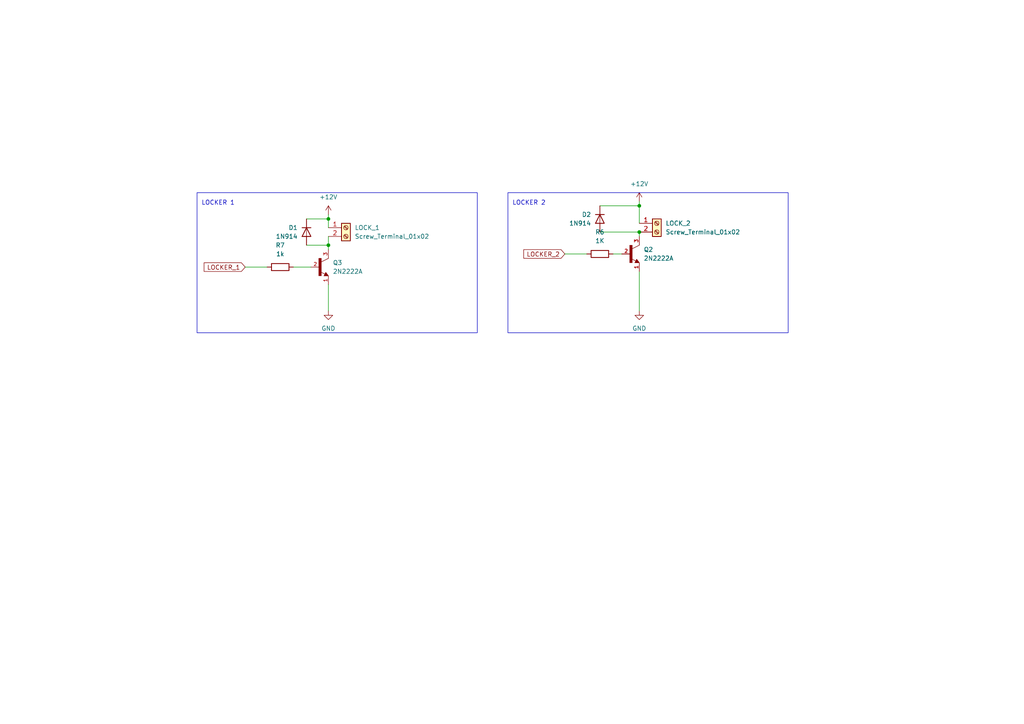
<source format=kicad_sch>
(kicad_sch (version 20230121) (generator eeschema)
  (paper "A4")
  (lib_symbols
    (symbol "2N2222A:2N2222A" (pin_names (offset 1.016))
      (property "Reference" "Q" (at -10.16 7.62 0))
      (property "Value" "2N2222A" (at -10.16 -7.62 0))
      (symbol "2N2222A_0_0"
        (rectangle (start -0.254 -2.54) (end 0.508 2.54) (stroke (width 0.1)) (fill (type outline)))
        (polyline (pts (xy 1.54 -2.04) (xy 0.308 -1.424)) (stroke (width 0.1524)))
        (polyline (pts (xy 2.54 2.54) (xy 0.508 1.524)) (stroke (width 0.1524)))
        (polyline (pts (xy 1.27 -2.54) (xy 1.778 -1.524) (xy 2.54 -2.54) (xy 1.27 -2.54)) (stroke (width 0.1524)) (fill (type outline)))
        (pin passive line (at 2.54 -5.08 90) (length 2.54) (name "~") (number "1"))
        (pin passive line (at -2.54 0 0) (length 2.54) (name "~") (number "2"))
        (pin passive line (at 2.54 5.08 270) (length 2.54) (name "~") (number "3"))
      )
    )
    (symbol "Connector:Screw_Terminal_01x02" (pin_names (offset 1.016) hide)
      (property "Reference" "J" (at 0 2.54 0))
      (property "Value" "Screw_Terminal_01x02" (at 0 -5.08 0))
      (symbol "Screw_Terminal_01x02_1_1"
        (rectangle (start -1.27 1.27) (end 1.27 -3.81) (stroke (width 0.254)) (fill (type background)))
        (circle (center 0 -2.54) (radius 0.635) (stroke (width 0.1524)))
        (polyline (pts (xy -0.5334 -2.2098) (xy 0.3302 -3.048)) (stroke (width 0.1524)))
        (polyline (pts (xy -0.5334 0.3302) (xy 0.3302 -0.508)) (stroke (width 0.1524)))
        (polyline (pts (xy -0.3556 -2.032) (xy 0.508 -2.8702)) (stroke (width 0.1524)))
        (polyline (pts (xy -0.3556 0.508) (xy 0.508 -0.3302)) (stroke (width 0.1524)))
        (circle (center 0 0) (radius 0.635) (stroke (width 0.1524)))
        (pin passive line (at -5.08 0 0) (length 3.81) (name "Pin_1") (number "1"))
        (pin passive line (at -5.08 -2.54 0) (length 3.81) (name "Pin_2") (number "2"))
      )
    )
    (symbol "Device:R" (pin_numbers hide) (pin_names (offset 0))
      (property "Reference" "R" (at 2.032 0 90))
      (property "Value" "R" (at 0 0 90))
      (symbol "R_0_1"
        (rectangle (start -1.016 -2.54) (end 1.016 2.54) (stroke (width 0.254)))
      )
      (symbol "R_1_1"
        (pin passive line (at 0 3.81 270) (length 1.27) (name "~") (number "1"))
        (pin passive line (at 0 -3.81 90) (length 1.27) (name "~") (number "2"))
      )
    )
    (symbol "Diode:1N914" (pin_numbers hide) (pin_names hide)
      (property "Reference" "D" (at 0 2.54 0))
      (property "Value" "1N914" (at 0 -2.54 0))
      (symbol "1N914_0_1"
        (polyline (pts (xy -1.27 1.27) (xy -1.27 -1.27)) (stroke (width 0.254)))
        (polyline (pts (xy 1.27 0) (xy -1.27 0)))
        (polyline (pts (xy 1.27 1.27) (xy 1.27 -1.27) (xy -1.27 0) (xy 1.27 1.27)) (stroke (width 0.254)))
      )
      (symbol "1N914_1_1"
        (pin passive line (at -3.81 0 0) (length 2.54) (name "K") (number "1"))
        (pin passive line (at 3.81 0 180) (length 2.54) (name "A") (number "2"))
      )
    )
    (symbol "power:+12V" (power) (pin_names (offset 0))
      (property "Value" "+12V" (at 0 3.556 0))
      (symbol "+12V_0_1"
        (polyline (pts (xy -0.762 1.27) (xy 0 2.54)))
        (polyline (pts (xy 0 0) (xy 0 2.54)))
        (polyline (pts (xy 0 2.54) (xy 0.762 1.27)))
      )
      (symbol "+12V_1_1"
        (pin power_in line (at 0 0 90) (length 0) hide (name "+12V") (number "1"))
      )
    )
    (symbol "power:GND" (power) (pin_names (offset 0))
      (property "Value" "GND" (at 0 -3.81 0))
      (symbol "GND_0_1"
        (polyline (pts (xy 0 0) (xy 0 -1.27) (xy 1.27 -1.27) (xy 0 -2.54) (xy -1.27 -1.27) (xy 0 -1.27)))
      )
      (symbol "GND_1_1"
        (pin power_in line (at 0 0 270) (length 0) hide (name "GND") (number "1"))
      )
    )
  )
  (junction (at 185.42 67.31))
  (junction (at 95.25 63.5))
  (junction (at 95.25 71.12))
  (junction (at 185.42 59.69))
  (wire (pts (xy 185.42 59.69) (xy 185.42 64.77)))
  (wire (pts (xy 185.42 67.31) (xy 185.42 68.58)))
  (wire (pts (xy 88.9 63.5) (xy 95.25 63.5)))
  (wire (pts (xy 177.8 73.66) (xy 180.34 73.66)))
  (wire (pts (xy 173.99 59.69) (xy 185.42 59.69)))
  (wire (pts (xy 163.83 73.66) (xy 170.18 73.66)))
  (wire (pts (xy 88.9 71.12) (xy 95.25 71.12)))
  (wire (pts (xy 85.09 77.47) (xy 90.17 77.47)))
  (wire (pts (xy 95.25 82.55) (xy 95.25 90.17)))
  (wire (pts (xy 95.25 68.58) (xy 95.25 71.12)))
  (wire (pts (xy 95.25 62.23) (xy 95.25 63.5)))
  (wire (pts (xy 71.12 77.47) (xy 77.47 77.47)))
  (wire (pts (xy 95.25 63.5) (xy 95.25 66.04)))
  (wire (pts (xy 173.99 67.31) (xy 185.42 67.31)))
  (wire (pts (xy 185.42 58.42) (xy 185.42 59.69)))
  (wire (pts (xy 95.25 71.12) (xy 95.25 72.39)))
  (wire (pts (xy 185.42 78.74) (xy 185.42 90.17)))
  (rectangle (start 57.15 55.88) (end 138.43 96.52))
  (rectangle (start 147.32 55.88) (end 228.6 96.52))
  (text "LOCKER 2" (at 148.59 59.69 0) (effects (font (size 1.27 1.27)) (justify left bottom)))
  (text "LOCKER 1" (at 58.42 59.69 0) (effects (font (size 1.27 1.27)) (justify left bottom)))
  (global_label "LOCKER_1" (shape input) (at 71.12 77.47 180) (property "Intersheetrefs" "${INTERSHEET_REFS}" (effects hide)))
  (global_label "LOCKER_2" (shape input) (at 163.83 73.66 180) (property "Intersheetrefs" "${INTERSHEET_REFS}" (effects hide)))
  (symbol (lib_id "power:GND") (at 95.25 90.17 0) (unit 1)
    (property "Reference" "#PWR026" (effects hide))
    (property "Value" "GND" (at 95.25 95.25 0))
  )
  (symbol (lib_id "Device:R") (at 173.99 73.66 90) (unit 1)
    (property "Reference" "R6" (at 173.99 67.31 90))
    (property "Value" "1K" (at 173.99 69.85 90))
    (property "Footprint" "Resistor_THT:R_Axial_DIN0204_L3.6mm_D1.6mm_P5.08mm_Horizontal" (effects hide))
  )
  (symbol (lib_id "2N2222A:2N2222A") (at 92.71 77.47 0) (unit 1)
    (property "Reference" "Q3" (at 96.52 76.2 0) (effects (justify left)))
    (property "Value" "2N2222A" (at 96.52 78.74 0) (effects (justify left)))
    (property "Footprint" "2N2222A:TO92254P470H750-3" (effects hide))
    (property "MF" "Diotec Semiconductor" (effects hide))
    (property "SNAPEDA_PACKAGE_ID" "121774" (effects hide))
    (property "Package" "TO-92-3 Diotec" (effects hide))
    (property "Price" "None" (effects hide))
    (property "Check_prices" "https://www.snapeda.com/parts/2N2222A/Diotec/view-part/?ref=eda" (effects hide))
    (property "STANDARD" "IPC 7351B" (effects hide))
    (property "PARTREV" "N/A" (effects hide))
    (property "SnapEDA_Link" "https://www.snapeda.com/parts/2N2222A/Diotec/view-part/?ref=snap" (effects hide))
    (property "MP" "2N2222A" (effects hide))
    (property "Purchase-URL" "https://www.snapeda.com/api/url_track_click_mouser/?unipart_id=4796189&manufacturer=Diotec Semiconductor&part_name=2N2222A&search_term=None" (effects hide))
    (property "Description" "\nBJT, TO-92, 40V, 600mA, NPN, 0.625W, 150C\n" (effects hide))
    (property "MANUFACTURER" "Diotec Semiconductor" (effects hide))
    (property "Availability" "In Stock" (effects hide))
    (property "MAXIMUM_PACKAGE_HEIGHT" "7.5 mm" (effects hide))
  )
  (symbol (lib_id "2N2222A:2N2222A") (at 182.88 73.66 0) (unit 1)
    (property "Reference" "Q2" (at 186.69 72.39 0) (effects (justify left)))
    (property "Value" "2N2222A" (at 186.69 74.93 0) (effects (justify left)))
    (property "Footprint" "2N2222A:TO92254P470H750-3" (effects hide))
    (property "MF" "Diotec Semiconductor" (effects hide))
    (property "SNAPEDA_PACKAGE_ID" "121774" (effects hide))
    (property "Package" "TO-92-3 Diotec" (effects hide))
    (property "Price" "None" (effects hide))
    (property "Check_prices" "https://www.snapeda.com/parts/2N2222A/Diotec/view-part/?ref=eda" (effects hide))
    (property "STANDARD" "IPC 7351B" (effects hide))
    (property "PARTREV" "N/A" (effects hide))
    (property "SnapEDA_Link" "https://www.snapeda.com/parts/2N2222A/Diotec/view-part/?ref=snap" (effects hide))
    (property "MP" "2N2222A" (effects hide))
    (property "Purchase-URL" "https://www.snapeda.com/api/url_track_click_mouser/?unipart_id=4796189&manufacturer=Diotec Semiconductor&part_name=2N2222A&search_term=None" (effects hide))
    (property "Description" "\nBJT, TO-92, 40V, 600mA, NPN, 0.625W, 150C\n" (effects hide))
    (property "MANUFACTURER" "Diotec Semiconductor" (effects hide))
    (property "Availability" "In Stock" (effects hide))
    (property "MAXIMUM_PACKAGE_HEIGHT" "7.5 mm" (effects hide))
  )
  (symbol (lib_id "Diode:1N914") (at 88.9 67.31 90) (mirror x) (unit 1)
    (property "Reference" "D1" (at 86.36 66.04 90) (effects (justify left)))
    (property "Value" "1N914" (at 86.36 68.58 90) (effects (justify left)))
    (property "Footprint" "Diode_THT:D_DO-35_SOD27_P7.62mm_Horizontal" (effects hide))
    (property "Datasheet" "http://www.vishay.com/docs/85622/1n914.pdf" (effects hide))
    (property "Sim.Device" "D" (effects hide))
    (property "Sim.Pins" "1=K 2=A" (effects hide))
  )
  (symbol (lib_id "Device:R") (at 81.28 77.47 90) (unit 1)
    (property "Reference" "R7" (at 81.28 71.12 90))
    (property "Value" "1k" (at 81.28 73.66 90))
    (property "Footprint" "Resistor_THT:R_Axial_DIN0204_L3.6mm_D1.6mm_P5.08mm_Horizontal" (effects hide))
  )
  (symbol (lib_id "power:+12V") (at 185.42 58.42 0) (unit 1)
    (property "Reference" "#PWR023" (effects hide))
    (property "Value" "+12V" (at 185.42 53.34 0))
  )
  (symbol (lib_id "Diode:1N914") (at 173.99 63.5 90) (mirror x) (unit 1)
    (property "Reference" "D2" (at 171.45 62.23 90) (effects (justify left)))
    (property "Value" "1N914" (at 171.45 64.77 90) (effects (justify left)))
    (property "Footprint" "Diode_THT:D_DO-35_SOD27_P7.62mm_Horizontal" (effects hide))
    (property "Datasheet" "http://www.vishay.com/docs/85622/1n914.pdf" (effects hide))
    (property "Sim.Device" "D" (effects hide))
    (property "Sim.Pins" "1=K 2=A" (effects hide))
  )
  (symbol (lib_id "Connector:Screw_Terminal_01x02") (at 190.5 64.77 0) (unit 1)
    (property "Reference" "LOCK_2" (at 193.04 64.77 0) (effects (justify left)))
    (property "Value" "Screw_Terminal_01x02" (at 193.04 67.31 0) (effects (justify left)))
    (property "Footprint" "TerminalBlock:TerminalBlock_bornier-2_P5.08mm" (effects hide))
  )
  (symbol (lib_id "power:GND") (at 185.42 90.17 0) (unit 1)
    (property "Reference" "#PWR025" (effects hide))
    (property "Value" "GND" (at 185.42 95.25 0))
  )
  (symbol (lib_id "Connector:Screw_Terminal_01x02") (at 100.33 66.04 0) (unit 1)
    (property "Reference" "LOCK_1" (at 102.87 66.04 0) (effects (justify left)))
    (property "Value" "Screw_Terminal_01x02" (at 102.87 68.58 0) (effects (justify left)))
    (property "Footprint" "TerminalBlock:TerminalBlock_bornier-2_P5.08mm" (effects hide))
  )
  (symbol (lib_id "power:+12V") (at 95.25 62.23 0) (unit 1)
    (property "Reference" "#PWR022" (effects hide))
    (property "Value" "+12V" (at 95.25 57.15 0))
  )
)
</source>
